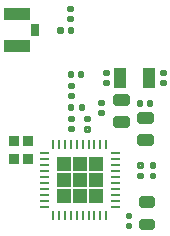
<source format=gbr>
G04 EAGLE Gerber RS-274X export*
G75*
%MOMM*%
%FSLAX34Y34*%
%LPD*%
%INSolderpaste Top*%
%IPPOS*%
%AMOC8*
5,1,8,0,0,1.08239X$1,22.5*%
G01*
%ADD10C,0.280800*%
%ADD11C,0.500000*%
%ADD12C,0.250000*%
%ADD13R,0.654191X0.247359*%
%ADD14R,0.655331X0.247431*%
%ADD15R,0.651969X0.249341*%
%ADD16R,0.654269X0.249209*%
%ADD17R,0.652981X0.249891*%
%ADD18R,0.655650X0.250628*%
%ADD19R,0.651059X0.250275*%
%ADD20R,0.653141X0.251281*%
%ADD21R,0.655359X0.252981*%
%ADD22R,0.651481X0.251041*%
%ADD23R,0.250031X0.650031*%
%ADD24R,0.253631X0.652369*%
%ADD25R,0.254619X0.652291*%
%ADD26R,0.252750X0.650931*%
%ADD27R,0.251419X0.650259*%
%ADD28R,0.253169X0.650075*%
%ADD29R,0.253241X0.649566*%
%ADD30R,0.251019X0.649703*%
%ADD31R,0.251359X0.649391*%
%ADD32R,0.253259X0.648019*%
%ADD33R,0.646209X0.253300*%
%ADD34R,0.649709X0.250200*%
%ADD35R,0.648831X0.250591*%
%ADD36R,0.646019X0.251278*%
%ADD37R,0.647469X0.250350*%
%ADD38R,0.647719X0.249897*%
%ADD39R,0.646281X0.249147*%
%ADD40R,0.644681X0.247800*%
%ADD41R,0.648841X0.249309*%
%ADD42R,0.650000X0.250000*%
%ADD43R,0.246700X0.647831*%
%ADD44R,0.246041X0.648069*%
%ADD45R,0.249509X0.649847*%
%ADD46R,0.245269X0.649313*%
%ADD47R,0.249941X0.650003*%
%ADD48R,0.246369X0.650713*%
%ADD49R,0.248941X0.650391*%
%ADD50R,0.246781X0.651731*%
%ADD51R,0.249800X0.650141*%
%ADD52R,0.247050X0.652600*%
%ADD53R,1.201931X1.199259*%
%ADD54R,1.200338X1.200338*%
%ADD55R,1.203350X1.201031*%
%ADD56R,1.199672X1.200263*%
%ADD57R,1.200109X1.199866*%
%ADD58R,1.199812X1.199812*%
%ADD59R,1.202841X1.202841*%
%ADD60R,1.200081X1.200269*%
%ADD61R,1.199278X1.201869*%
%ADD62R,2.200000X1.050000*%
%ADD63R,0.800000X1.000000*%
%ADD64R,0.850000X0.950000*%
%ADD65R,1.000000X1.800000*%
%ADD66C,0.270000*%


D10*
X127635Y68563D02*
X127635Y65971D01*
X124443Y65971D01*
X124443Y68563D01*
X127635Y68563D01*
X124443Y59963D02*
X124443Y57371D01*
X124443Y59963D02*
X127635Y59963D01*
X127635Y57371D01*
X124443Y57371D01*
D11*
X127351Y19428D02*
X127351Y14428D01*
X127351Y19428D02*
X136551Y19428D01*
X136551Y14428D01*
X127351Y14428D01*
X127351Y19178D02*
X136551Y19178D01*
X136551Y33128D02*
X136551Y38128D01*
X136551Y33128D02*
X127351Y33128D01*
X127351Y38128D01*
X136551Y38128D01*
X136551Y37878D02*
X127351Y37878D01*
D10*
X138178Y65962D02*
X138178Y68554D01*
X138178Y65962D02*
X134986Y65962D01*
X134986Y68554D01*
X138178Y68554D01*
X134986Y59954D02*
X134986Y57362D01*
X134986Y59954D02*
X138178Y59954D01*
X138178Y57362D01*
X134986Y57362D01*
D12*
X47680Y77110D03*
X47680Y72110D03*
X47680Y67110D03*
X47680Y62110D03*
X47680Y57110D03*
X47680Y52110D03*
X47680Y47110D03*
X47680Y42110D03*
X47680Y37110D03*
X47680Y32110D03*
X52430Y27360D03*
X57430Y27360D03*
X62430Y27360D03*
X67430Y27360D03*
X72430Y27360D03*
X77430Y27360D03*
X82430Y27360D03*
X87430Y27360D03*
X92430Y27360D03*
X97430Y27360D03*
X102180Y32110D03*
X102180Y37110D03*
X102180Y42110D03*
X102180Y47110D03*
X102180Y52110D03*
X102180Y57110D03*
X102180Y62110D03*
X102180Y67110D03*
X102180Y72110D03*
X102180Y77110D03*
X97430Y81860D03*
X92430Y81860D03*
X87430Y81860D03*
X82430Y81860D03*
X77430Y81860D03*
X72430Y81860D03*
X67430Y81860D03*
X62430Y81860D03*
X57430Y81860D03*
X52430Y81860D03*
D13*
X44409Y77123D03*
D14*
X44403Y72123D03*
D15*
X44420Y67113D03*
D16*
X44409Y62114D03*
D17*
X44415Y57111D03*
D18*
X44402Y52107D03*
D19*
X44425Y47109D03*
D20*
X44414Y42104D03*
D21*
X44403Y37095D03*
D22*
X44423Y32105D03*
D23*
X52430Y24110D03*
D24*
X57418Y24092D03*
D25*
X62419Y24087D03*
D26*
X67425Y24096D03*
D27*
X72429Y24103D03*
D28*
X77430Y24094D03*
D29*
X82432Y24094D03*
D30*
X87431Y24105D03*
D31*
X92433Y24103D03*
D32*
X97440Y24094D03*
D33*
X105449Y32094D03*
D34*
X105431Y37109D03*
D35*
X105436Y42107D03*
D36*
X105450Y47104D03*
D37*
X105443Y52108D03*
D38*
X105441Y57111D03*
D39*
X105449Y62114D03*
D40*
X105457Y67121D03*
D41*
X105436Y72113D03*
D42*
X105430Y77110D03*
D43*
X97441Y85127D03*
D44*
X92440Y85130D03*
D45*
X87431Y85112D03*
D46*
X82433Y85134D03*
D47*
X77430Y85110D03*
D48*
X72426Y85128D03*
D49*
X67428Y85115D03*
D50*
X62421Y85126D03*
D51*
X57429Y85111D03*
D52*
X52417Y85125D03*
D53*
X61420Y68114D03*
D54*
X74928Y54608D03*
D55*
X61413Y54605D03*
D56*
X88432Y54609D03*
D57*
X74929Y68111D03*
D58*
X88431Y68111D03*
D59*
X61416Y41096D03*
D60*
X74930Y41109D03*
D61*
X88434Y41101D03*
D62*
X21884Y195430D03*
X21884Y167930D03*
D63*
X37134Y181680D03*
D64*
X19650Y87260D03*
X19650Y72760D03*
X31150Y72760D03*
X31150Y87260D03*
D10*
X146904Y144338D02*
X146904Y146930D01*
X146904Y144338D02*
X143712Y144338D01*
X143712Y146930D01*
X146904Y146930D01*
X143712Y138330D02*
X143712Y135738D01*
X143712Y138330D02*
X146904Y138330D01*
X146904Y135738D01*
X143712Y135738D01*
X98644Y144338D02*
X98644Y146930D01*
X98644Y144338D02*
X95452Y144338D01*
X95452Y146930D01*
X98644Y146930D01*
X95452Y138330D02*
X95452Y135738D01*
X95452Y138330D02*
X98644Y138330D01*
X98644Y135738D01*
X95452Y135738D01*
D65*
X133678Y141334D03*
X108678Y141334D03*
D10*
X82895Y107645D02*
X82895Y105053D01*
X79703Y105053D01*
X79703Y107645D01*
X82895Y107645D01*
X79703Y99045D02*
X79703Y96453D01*
X79703Y99045D02*
X82895Y99045D01*
X82895Y96453D01*
X79703Y96453D01*
X94226Y119055D02*
X94226Y121647D01*
X94226Y119055D02*
X91034Y119055D01*
X91034Y121647D01*
X94226Y121647D01*
X91034Y113047D02*
X91034Y110455D01*
X91034Y113047D02*
X94226Y113047D01*
X94226Y110455D01*
X91034Y110455D01*
X65910Y99150D02*
X65910Y96558D01*
X65910Y99150D02*
X69102Y99150D01*
X69102Y96558D01*
X65910Y96558D01*
X69102Y105158D02*
X69102Y107750D01*
X69102Y105158D02*
X65910Y105158D01*
X65910Y107750D01*
X69102Y107750D01*
X68767Y117663D02*
X66175Y117663D01*
X68767Y117663D02*
X68767Y114471D01*
X66175Y114471D01*
X66175Y117663D01*
X66175Y117139D02*
X68767Y117139D01*
X74775Y114471D02*
X77367Y114471D01*
X74775Y114471D02*
X74775Y117663D01*
X77367Y117663D01*
X77367Y114471D01*
X77367Y117139D02*
X74775Y117139D01*
D66*
X65717Y133182D02*
X65717Y135882D01*
X69017Y135882D01*
X69017Y133182D01*
X65717Y133182D01*
X65717Y135747D02*
X69017Y135747D01*
X65717Y127242D02*
X65717Y124542D01*
X65717Y127242D02*
X69017Y127242D01*
X69017Y124542D01*
X65717Y124542D01*
X65717Y127107D02*
X69017Y127107D01*
D10*
X68622Y145785D02*
X66030Y145785D01*
X68622Y145785D02*
X68622Y142593D01*
X66030Y142593D01*
X66030Y145785D01*
X66030Y145261D02*
X68622Y145261D01*
X74630Y142593D02*
X77222Y142593D01*
X74630Y142593D02*
X74630Y145785D01*
X77222Y145785D01*
X77222Y142593D01*
X77222Y145261D02*
X74630Y145261D01*
X59516Y183218D02*
X56924Y183218D01*
X59516Y183218D02*
X59516Y180026D01*
X56924Y180026D01*
X56924Y183218D01*
X56924Y182694D02*
X59516Y182694D01*
X65524Y180026D02*
X68116Y180026D01*
X65524Y180026D02*
X65524Y183218D01*
X68116Y183218D01*
X68116Y180026D01*
X68116Y182694D02*
X65524Y182694D01*
X68420Y198530D02*
X68420Y201122D01*
X68420Y198530D02*
X65228Y198530D01*
X65228Y201122D01*
X68420Y201122D01*
X65228Y192522D02*
X65228Y189930D01*
X65228Y192522D02*
X68420Y192522D01*
X68420Y189930D01*
X65228Y189930D01*
X114573Y17292D02*
X114573Y14700D01*
X114573Y17292D02*
X117765Y17292D01*
X117765Y14700D01*
X114573Y14700D01*
X117765Y23300D02*
X117765Y25892D01*
X117765Y23300D02*
X114573Y23300D01*
X114573Y25892D01*
X117765Y25892D01*
D11*
X105372Y100888D02*
X105372Y105888D01*
X114572Y105888D01*
X114572Y100888D01*
X105372Y100888D01*
X105372Y105638D02*
X114572Y105638D01*
X114572Y119588D02*
X114572Y124588D01*
X114572Y119588D02*
X105372Y119588D01*
X105372Y124588D01*
X114572Y124588D01*
X114572Y124338D02*
X105372Y124338D01*
D10*
X133061Y118047D02*
X135653Y118047D01*
X133061Y118047D02*
X133061Y121239D01*
X135653Y121239D01*
X135653Y118047D01*
X135653Y120715D02*
X133061Y120715D01*
X127053Y121239D02*
X124461Y121239D01*
X127053Y121239D02*
X127053Y118047D01*
X124461Y118047D01*
X124461Y121239D01*
X124461Y120715D02*
X127053Y120715D01*
D11*
X135008Y109338D02*
X135008Y104338D01*
X125808Y104338D01*
X125808Y109338D01*
X135008Y109338D01*
X135008Y109088D02*
X125808Y109088D01*
X125808Y90638D02*
X125808Y85638D01*
X125808Y90638D02*
X135008Y90638D01*
X135008Y85638D01*
X125808Y85638D01*
X125808Y90388D02*
X135008Y90388D01*
M02*

</source>
